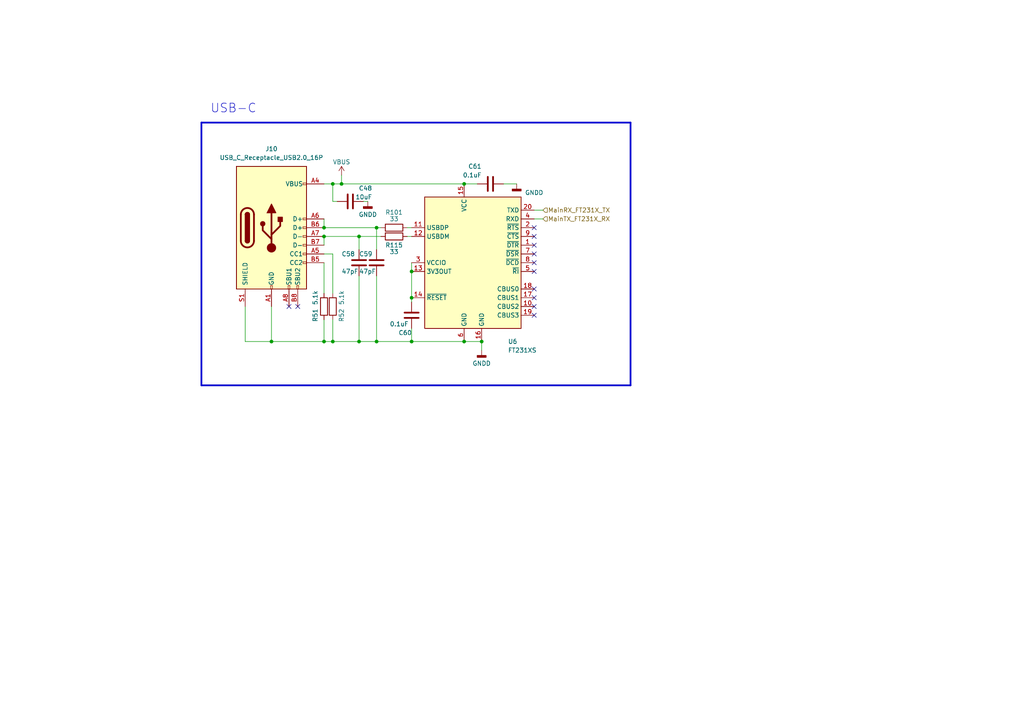
<source format=kicad_sch>
(kicad_sch (version 20230121) (generator eeschema)
  (paper "A4")
  (lib_symbols
    (symbol "Connector:USB_C_Receptacle_USB2.0_16P" (pin_names (offset 1.016))
      (property "Reference" "J10" (at 0 22.86 0))
      (property "Value" "USB_C_Receptacle_USB2.0_16P" (at 0 20.32 0))
      (symbol "USB_C_Receptacle_USB2.0_16P_0_0"
        (rectangle (start -0.254 -17.78) (end 0.254 -16.764))
        (rectangle (start 5.334 -16.764) (end 4.826 -17.78))
        (rectangle (start 7.874 -16.764) (end 7.366 -17.78))
        (rectangle (start 10.16 -9.906) (end 9.144 -10.414))
        (rectangle (start 10.16 -7.366) (end 9.144 -7.874))
        (rectangle (start 10.16 -4.826) (end 9.144 -5.334))
        (rectangle (start 10.16 -2.286) (end 9.144 -2.794))
        (rectangle (start 10.16 0.254) (end 9.144 -0.254))
        (rectangle (start 10.16 2.794) (end 9.144 2.286))
        (rectangle (start 10.16 12.954) (end 9.144 12.446))
      )
      (symbol "USB_C_Receptacle_USB2.0_16P_0_1"
        (rectangle (start -10.16 17.78) (end 10.16 -17.78) (stroke (width 0.254)) (fill (type background)))
        (arc (start -8.89 -3.81) (mid -6.985 -5.7067) (end -5.08 -3.81) (stroke (width 0.508)))
        (arc (start -7.62 -3.81) (mid -6.985 -4.4423) (end -6.35 -3.81) (stroke (width 0.254)))
        (arc (start -7.62 -3.81) (mid -6.985 -4.4423) (end -6.35 -3.81) (stroke (width 0.254)) (fill (type outline)))
        (rectangle (start -7.62 -3.81) (end -6.35 3.81) (stroke (width 0.254)) (fill (type outline)))
        (arc (start -6.35 3.81) (mid -6.985 4.4423) (end -7.62 3.81) (stroke (width 0.254)))
        (arc (start -6.35 3.81) (mid -6.985 4.4423) (end -7.62 3.81) (stroke (width 0.254)) (fill (type outline)))
        (arc (start -5.08 3.81) (mid -6.985 5.7067) (end -8.89 3.81) (stroke (width 0.508)))
        (circle (center -2.54 1.143) (radius 0.635) (stroke (width 0.254)) (fill (type outline)))
        (circle (center 0 -5.842) (radius 1.27) (fill (type outline)))
        (polyline (pts (xy -8.89 -3.81) (xy -8.89 3.81)) (stroke (width 0.508)))
        (polyline (pts (xy -5.08 3.81) (xy -5.08 -3.81)) (stroke (width 0.508)))
        (polyline (pts (xy 0 -5.842) (xy 0 4.318)) (stroke (width 0.508)))
        (polyline (pts (xy 0 -3.302) (xy -2.54 -0.762) (xy -2.54 0.508)) (stroke (width 0.508)))
        (polyline (pts (xy 0 -2.032) (xy 2.54 0.508) (xy 2.54 1.778)) (stroke (width 0.508)))
        (polyline (pts (xy -1.27 4.318) (xy 0 6.858) (xy 1.27 4.318) (xy -1.27 4.318)) (stroke (width 0.254)) (fill (type outline)))
        (rectangle (start 1.905 1.778) (end 3.175 3.048) (stroke (width 0.254)) (fill (type outline)))
      )
      (symbol "USB_C_Receptacle_USB2.0_16P_1_1"
        (pin passive line (at 0 -22.86 90) (length 5.08) (name "GND") (number "A1"))
        (pin passive line (at 0 -22.86 90) (length 5.08) hide (name "GND") (number "A12"))
        (pin passive line (at 15.24 12.7 180) (length 5.08) (name "VBUS") (number "A4"))
        (pin bidirectional line (at 15.24 -7.62 180) (length 5.08) (name "CC1") (number "A5"))
        (pin bidirectional line (at 15.24 2.54 180) (length 5.08) (name "D+") (number "A6"))
        (pin bidirectional line (at 15.24 -2.54 180) (length 5.08) (name "D-") (number "A7"))
        (pin bidirectional line (at 5.08 -22.86 90) (length 5.08) (name "SBU1") (number "A8"))
        (pin passive line (at 15.24 12.7 180) (length 5.08) hide (name "VBUS") (number "A9"))
        (pin passive line (at 0 -22.86 90) (length 5.08) hide (name "GND") (number "B1"))
        (pin passive line (at 0 -22.86 90) (length 5.08) hide (name "GND") (number "B12"))
        (pin passive line (at 15.24 12.7 180) (length 5.08) hide (name "VBUS") (number "B4"))
        (pin bidirectional line (at 15.24 -10.16 180) (length 5.08) (name "CC2") (number "B5"))
        (pin bidirectional line (at 15.24 0 180) (length 5.08) (name "D+") (number "B6"))
        (pin bidirectional line (at 15.24 -5.08 180) (length 5.08) (name "D-") (number "B7"))
        (pin bidirectional line (at 7.62 -22.86 90) (length 5.08) (name "SBU2") (number "B8"))
        (pin passive line (at 15.24 12.7 180) (length 5.08) hide (name "VBUS") (number "B9"))
        (pin passive line (at -7.62 -22.86 90) (length 5.08) (name "SHIELD") (number "S1"))
      )
    )
    (symbol "Device:C" (pin_numbers hide) (pin_names (offset 0.254))
      (property "Reference" "C" (at 0.635 2.54 0))
      (property "Value" "C" (at 0.635 -2.54 0))
      (symbol "C_0_1"
        (polyline (pts (xy -2.032 -0.762) (xy 2.032 -0.762)) (stroke (width 0.508)))
        (polyline (pts (xy -2.032 0.762) (xy 2.032 0.762)) (stroke (width 0.508)))
      )
      (symbol "C_1_1"
        (pin passive line (at 0 3.81 270) (length 2.794) (name "~") (number "1"))
        (pin passive line (at 0 -3.81 90) (length 2.794) (name "~") (number "2"))
      )
    )
    (symbol "Device:R" (pin_numbers hide) (pin_names (offset 0))
      (property "Reference" "R" (at 2.032 0 90))
      (property "Value" "R" (at 0 0 90))
      (symbol "R_0_1"
        (rectangle (start -1.016 -2.54) (end 1.016 2.54) (stroke (width 0.254)))
      )
      (symbol "R_1_1"
        (pin passive line (at 0 3.81 270) (length 1.27) (name "~") (number "1"))
        (pin passive line (at 0 -3.81 90) (length 1.27) (name "~") (number "2"))
      )
    )
    (symbol "Interface_USB:FT231XS"
      (property "Reference" "U3" (at 10.16 -22.86 0))
      (property "Value" "FT231XS" (at 10.16 -25.4 0))
      (symbol "FT231XS_0_1"
        (rectangle (start -13.97 19.05) (end 13.97 -19.05) (stroke (width 0.254)) (fill (type background)))
      )
      (symbol "FT231XS_1_1"
        (pin output line (at 17.78 5.08 180) (length 3.81) (name "~{DTR}") (number "1"))
        (pin bidirectional line (at 17.78 -12.7 180) (length 3.81) (name "CBUS2") (number "10"))
        (pin bidirectional line (at -17.78 10.16 0) (length 3.81) (name "USBDP") (number "11"))
        (pin bidirectional line (at -17.78 7.62 0) (length 3.81) (name "USBDM") (number "12"))
        (pin power_out line (at -17.78 -2.54 0) (length 3.81) (name "3V3OUT") (number "13"))
        (pin input line (at -17.78 -10.16 0) (length 3.81) (name "~{RESET}") (number "14"))
        (pin power_in line (at -2.54 22.86 270) (length 3.81) (name "VCC") (number "15"))
        (pin power_in line (at 2.54 -22.86 90) (length 3.81) (name "GND") (number "16"))
        (pin bidirectional line (at 17.78 -10.16 180) (length 3.81) (name "CBUS1") (number "17"))
        (pin bidirectional line (at 17.78 -7.62 180) (length 3.81) (name "CBUS0") (number "18"))
        (pin bidirectional line (at 17.78 -15.24 180) (length 3.81) (name "CBUS3") (number "19"))
        (pin output line (at 17.78 10.16 180) (length 3.81) (name "~{RTS}") (number "2"))
        (pin output line (at 17.78 15.24 180) (length 3.81) (name "TXD") (number "20"))
        (pin power_in line (at -17.78 0 0) (length 3.81) (name "VCCIO") (number "3"))
        (pin input line (at 17.78 12.7 180) (length 3.81) (name "RXD") (number "4"))
        (pin input line (at 17.78 -2.54 180) (length 3.81) (name "~{RI}") (number "5"))
        (pin power_in line (at -2.54 -22.86 90) (length 3.81) (name "GND") (number "6"))
        (pin input line (at 17.78 2.54 180) (length 3.81) (name "~{DSR}") (number "7"))
        (pin input line (at 17.78 0 180) (length 3.81) (name "~{DCD}") (number "8"))
        (pin input line (at 17.78 7.62 180) (length 3.81) (name "~{CTS}") (number "9"))
      )
    )
    (symbol "power:GNDD" (power) (pin_names (offset 0))
      (property "Value" "GNDD" (at 0 -3.175 0))
      (symbol "GNDD_0_1"
        (rectangle (start -1.27 -1.524) (end 1.27 -2.032) (stroke (width 0.254)) (fill (type outline)))
        (polyline (pts (xy 0 0) (xy 0 -1.524)))
      )
      (symbol "GNDD_1_1"
        (pin power_in line (at 0 0 270) (length 0) hide (name "GNDD") (number "1"))
      )
    )
    (symbol "power:VBUS" (power) (pin_names (offset 0))
      (property "Value" "VBUS" (at 0 3.81 0))
      (symbol "VBUS_0_1"
        (polyline (pts (xy -0.762 1.27) (xy 0 2.54)))
        (polyline (pts (xy 0 0) (xy 0 2.54)))
        (polyline (pts (xy 0 2.54) (xy 0.762 1.27)))
      )
      (symbol "VBUS_1_1"
        (pin power_in line (at 0 0 90) (length 0) hide (name "VBUS") (number "1"))
      )
    )
  )
  (junction (at 109.22 66.04))
  (junction (at 109.22 99.06))
  (junction (at 96.52 99.06))
  (junction (at 93.98 68.58))
  (junction (at 104.14 99.06))
  (junction (at 139.7 99.06))
  (junction (at 119.38 78.74))
  (junction (at 104.14 68.58))
  (junction (at 119.38 99.06))
  (junction (at 134.62 53.34))
  (junction (at 134.62 99.06))
  (junction (at 96.52 53.34))
  (junction (at 93.98 99.06))
  (junction (at 93.98 66.04))
  (junction (at 78.74 99.06))
  (junction (at 119.38 86.36))
  (junction (at 99.06 53.34))
  (no_connect (at 154.94 91.44))
  (no_connect (at 86.36 88.9))
  (no_connect (at 154.94 83.82))
  (no_connect (at 154.94 88.9))
  (no_connect (at 154.94 76.2))
  (no_connect (at 154.94 66.04))
  (no_connect (at 154.94 78.74))
  (no_connect (at 154.94 71.12))
  (no_connect (at 83.82 88.9))
  (no_connect (at 154.94 68.58))
  (no_connect (at 154.94 86.36))
  (no_connect (at 154.94 73.66))
  (wire (pts (xy 119.38 78.74) (xy 119.38 86.36)))
  (wire (pts (xy 119.38 76.2) (xy 119.38 78.74)))
  (wire (pts (xy 93.98 92.71) (xy 93.98 99.06)))
  (wire (pts (xy 134.62 99.06) (xy 139.7 99.06)))
  (wire (pts (xy 96.52 92.71) (xy 96.52 99.06)))
  (wire (pts (xy 93.98 68.58) (xy 104.14 68.58)))
  (wire (pts (xy 106.68 58.42) (xy 105.41 58.42)))
  (wire (pts (xy 146.05 53.34) (xy 149.86 53.34)))
  (polyline (pts (xy 58.42 35.56) (xy 182.88 35.56)) (stroke (width 0.5) (type solid)))
  (wire (pts (xy 93.98 53.34) (xy 96.52 53.34)))
  (wire (pts (xy 109.22 80.01) (xy 109.22 99.06)))
  (wire (pts (xy 93.98 73.66) (xy 96.52 73.66)))
  (wire (pts (xy 97.79 58.42) (xy 96.52 58.42)))
  (wire (pts (xy 119.38 95.25) (xy 119.38 99.06)))
  (wire (pts (xy 109.22 66.04) (xy 109.22 72.39)))
  (polyline (pts (xy 182.88 111.76) (xy 182.88 35.56)) (stroke (width 0.5) (type solid)))
  (wire (pts (xy 119.38 86.36) (xy 119.38 87.63)))
  (wire (pts (xy 104.14 68.58) (xy 110.49 68.58)))
  (wire (pts (xy 119.38 99.06) (xy 134.62 99.06)))
  (wire (pts (xy 93.98 63.5) (xy 93.98 66.04)))
  (wire (pts (xy 139.7 101.6) (xy 139.7 99.06)))
  (wire (pts (xy 96.52 73.66) (xy 96.52 85.09)))
  (wire (pts (xy 119.38 66.04) (xy 118.11 66.04)))
  (wire (pts (xy 96.52 99.06) (xy 104.14 99.06)))
  (wire (pts (xy 96.52 53.34) (xy 96.52 58.42)))
  (wire (pts (xy 157.48 63.5) (xy 154.94 63.5)))
  (wire (pts (xy 109.22 66.04) (xy 110.49 66.04)))
  (wire (pts (xy 104.14 80.01) (xy 104.14 99.06)))
  (wire (pts (xy 99.06 50.8) (xy 99.06 53.34)))
  (wire (pts (xy 78.74 88.9) (xy 78.74 99.06)))
  (wire (pts (xy 71.12 88.9) (xy 71.12 99.06)))
  (wire (pts (xy 93.98 76.2) (xy 93.98 85.09)))
  (polyline (pts (xy 58.42 111.76) (xy 58.42 35.56)) (stroke (width 0.5) (type solid)))
  (wire (pts (xy 99.06 53.34) (xy 96.52 53.34)))
  (wire (pts (xy 118.11 68.58) (xy 119.38 68.58)))
  (wire (pts (xy 78.74 99.06) (xy 93.98 99.06)))
  (wire (pts (xy 104.14 68.58) (xy 104.14 72.39)))
  (wire (pts (xy 157.48 60.96) (xy 154.94 60.96)))
  (wire (pts (xy 71.12 99.06) (xy 78.74 99.06)))
  (wire (pts (xy 96.52 99.06) (xy 93.98 99.06)))
  (wire (pts (xy 93.98 71.12) (xy 93.98 68.58)))
  (wire (pts (xy 134.62 53.34) (xy 138.43 53.34)))
  (wire (pts (xy 93.98 66.04) (xy 109.22 66.04)))
  (wire (pts (xy 99.06 53.34) (xy 134.62 53.34)))
  (polyline (pts (xy 58.42 111.76) (xy 182.88 111.76)) (stroke (width 0.5) (type solid)))
  (wire (pts (xy 104.14 99.06) (xy 109.22 99.06)))
  (wire (pts (xy 109.22 99.06) (xy 119.38 99.06)))
  (text "USB-C" (at 60.96 33.02 0) (effects (font (size 2.54 2.54)) (justify left bottom)))
  (hierarchical_label "MainTX_FT231X_RX" (shape input) (at 157.48 63.5 0))
  (hierarchical_label "MainRX_FT231X_TX" (shape input) (at 157.48 60.96 0))
  (symbol (lib_id "Device:C") (at 119.38 91.44 0) (mirror x) (unit 1)
    (property "Reference" "C60" (at 115.57 96.52 0) (effects (justify left)))
    (property "Value" "0.1uF" (at 113.03 93.98 0) (effects (justify left)))
    (property "Footprint" "Capacitor_SMD:C_0402_1005Metric" (effects hide))
  )
  (symbol (lib_id "Device:R") (at 96.52 88.9 0) (mirror x) (unit 1)
    (property "Reference" "R52" (at 99.06 91.44 90))
    (property "Value" "5.1k" (at 99.06 86.36 90))
    (property "Footprint" "Resistor_SMD:R_0402_1005Metric" (effects hide))
  )
  (symbol (lib_id "Device:C") (at 104.14 76.2 0) (unit 1)
    (property "Reference" "C58" (at 99.06 73.66 0) (effects (justify left)))
    (property "Value" "47pF" (at 99.06 78.74 0) (effects (justify left)))
    (property "Footprint" "Capacitor_SMD:C_0603_1608Metric" (effects hide))
  )
  (symbol (lib_id "Device:R") (at 93.98 88.9 180) (unit 1)
    (property "Reference" "R51" (at 91.44 91.44 90))
    (property "Value" "5.1k" (at 91.44 86.36 90))
    (property "Footprint" "Resistor_SMD:R_0402_1005Metric" (effects hide))
  )
  (symbol (lib_id "power:GNDD") (at 149.86 53.34 0) (unit 1)
    (property "Reference" "#PWR0174" (effects hide))
    (property "Value" "GNDD" (at 154.94 55.88 0))
  )
  (symbol (lib_id "power:VBUS") (at 99.06 50.8 0) (unit 1)
    (property "Reference" "#PWR0171" (effects hide))
    (property "Value" "VBUS" (at 99.06 46.99 0))
  )
  (symbol (lib_id "power:GNDD") (at 106.68 58.42 0) (unit 1)
    (property "Reference" "#PWR0172" (effects hide))
    (property "Value" "GNDD" (at 106.68 62.23 0))
  )
  (symbol (lib_id "Interface_USB:FT231XS") (at 137.16 76.2 0) (unit 1)
    (property "Reference" "U6" (at 147.32 99.06 0) (effects (justify left)))
    (property "Value" "FT231XS" (at 147.32 101.6 0) (effects (justify left)))
    (property "Footprint" "Package_SO:SSOP-20_3.9x8.7mm_P0.635mm" (effects hide))
    (property "Datasheet" "https://www.ftdichip.com/Support/Documents/DataSheets/ICs/DS_FT231X.pdf" (effects hide))
  )
  (symbol (lib_id "Device:C") (at 142.24 53.34 90) (mirror x) (unit 1)
    (property "Reference" "C61" (at 139.7 48.26 90) (effects (justify left)))
    (property "Value" "0.1uF" (at 139.7 50.8 90) (effects (justify left)))
    (property "Footprint" "Capacitor_SMD:C_0402_1005Metric" (effects hide))
  )
  (symbol (lib_id "Device:C") (at 109.22 76.2 0) (unit 1)
    (property "Reference" "C59" (at 104.14 73.66 0) (effects (justify left)))
    (property "Value" "47pF" (at 104.14 78.74 0) (effects (justify left)))
    (property "Footprint" "Capacitor_SMD:C_0603_1608Metric" (effects hide))
  )
  (symbol (lib_id "Device:C") (at 101.6 58.42 270) (mirror x) (unit 1)
    (property "Reference" "C48" (at 107.95 54.61 90) (effects (justify right)))
    (property "Value" "10uF" (at 107.95 57.15 90) (effects (justify right)))
    (property "Footprint" "Capacitor_SMD:C_0805_2012Metric" (effects hide))
  )
  (symbol (lib_id "power:GNDD") (at 139.7 101.6 0) (unit 1)
    (property "Reference" "#PWR0173" (effects hide))
    (property "Value" "GNDD" (at 139.7 105.41 0))
  )
  (symbol (lib_id "Device:R") (at 114.3 68.58 270) (unit 1)
    (property "Reference" "R115" (at 114.3 71.12 90))
    (property "Value" "33" (at 114.3 73.025 90))
    (property "Footprint" "Resistor_SMD:R_0603_1608Metric" (effects hide))
  )
  (symbol (lib_id "Connector:USB_C_Receptacle_USB2.0_16P") (at 78.74 66.04 0) (unit 1)
    (property "Reference" "J10" (at 78.74 43.18 0))
    (property "Value" "USB_C_Receptacle_USB2.0_16P" (at 78.74 45.72 0))
    (property "Footprint" "Connector_USB:USB_C_Receptacle_G-Switch_GT-USB-7010ASV" (effects hide))
    (property "Datasheet" "https://www.usb.org/sites/default/files/documents/usb_type-c.zip" (effects hide))
  )
  (symbol (lib_id "Device:R") (at 114.3 66.04 270) (mirror x) (unit 1)
    (property "Reference" "R101" (at 114.3 61.595 90))
    (property "Value" "33" (at 114.3 63.5 90))
    (property "Footprint" "Resistor_SMD:R_0603_1608Metric" (effects hide))
  )
)
</source>
